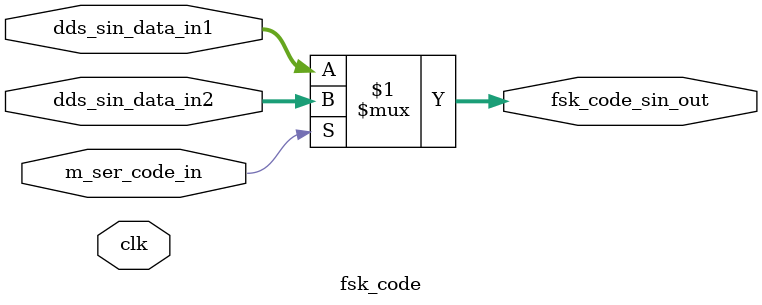
<source format=v>
module fsk_code(
                clk,
                m_ser_code_in,
                dds_sin_data_in1,//1kÕýÏÒ²¨
                dds_sin_data_in2,//10kÕýÏÒ²¨
                fsk_code_sin_out
                );
input       clk;
input       m_ser_code_in;
input  [9:0]dds_sin_data_in1;
input  [9:0]dds_sin_data_in2;

output [9:0]fsk_code_sin_out;

wire       clk;
wire       m_ser_code_in;
wire   [9:0]dds_sin_data_in1;
wire   [9:0]dds_sin_data_in2;

assign fsk_code_sin_out=(m_ser_code_in)? dds_sin_data_in2:dds_sin_data_in1;
endmodule 
</source>
